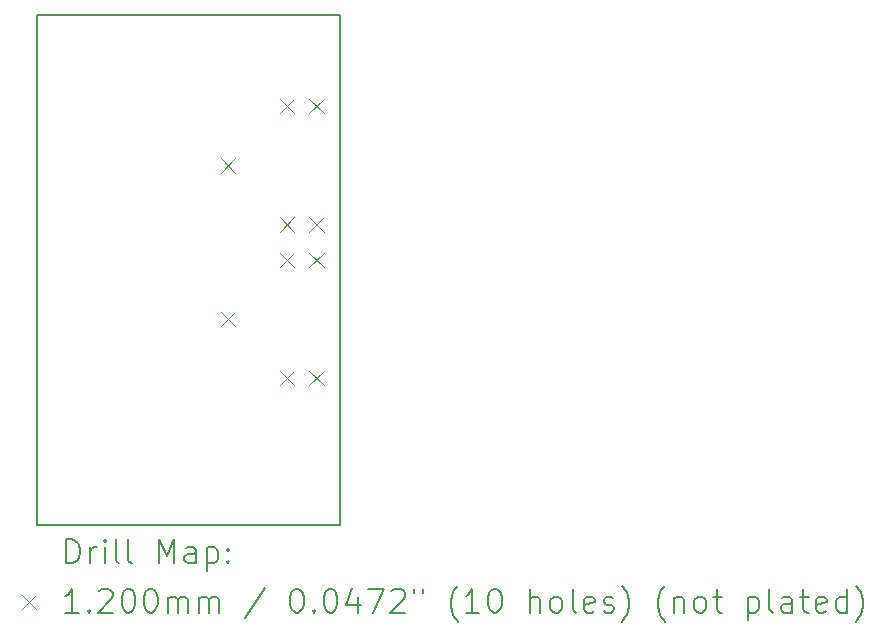
<source format=gbr>
%TF.GenerationSoftware,KiCad,Pcbnew,(6.0.7)*%
%TF.CreationDate,2022-12-16T00:38:34+00:00*%
%TF.ProjectId,CPC464-2MINITapeAdapter,43504334-3634-42d3-924d-494e49546170,rev?*%
%TF.SameCoordinates,Original*%
%TF.FileFunction,Drillmap*%
%TF.FilePolarity,Positive*%
%FSLAX45Y45*%
G04 Gerber Fmt 4.5, Leading zero omitted, Abs format (unit mm)*
G04 Created by KiCad (PCBNEW (6.0.7)) date 2022-12-16 00:38:34*
%MOMM*%
%LPD*%
G01*
G04 APERTURE LIST*
%ADD10C,0.150000*%
%ADD11C,0.200000*%
%ADD12C,0.120000*%
G04 APERTURE END LIST*
D10*
X8001000Y-10205720D02*
X5430520Y-10205720D01*
X5430520Y-10205720D02*
X5430520Y-5887720D01*
X5430520Y-5887720D02*
X8001000Y-5887720D01*
X8001000Y-5887720D02*
X8001000Y-10205720D01*
D11*
D12*
X6988080Y-7097720D02*
X7108080Y-7217720D01*
X7108080Y-7097720D02*
X6988080Y-7217720D01*
X6988080Y-8398200D02*
X7108080Y-8518200D01*
X7108080Y-8398200D02*
X6988080Y-8518200D01*
X7488080Y-6597720D02*
X7608080Y-6717720D01*
X7608080Y-6597720D02*
X7488080Y-6717720D01*
X7488080Y-7597720D02*
X7608080Y-7717720D01*
X7608080Y-7597720D02*
X7488080Y-7717720D01*
X7488080Y-7898200D02*
X7608080Y-8018200D01*
X7608080Y-7898200D02*
X7488080Y-8018200D01*
X7488080Y-8898200D02*
X7608080Y-9018200D01*
X7608080Y-8898200D02*
X7488080Y-9018200D01*
X7738080Y-6597720D02*
X7858080Y-6717720D01*
X7858080Y-6597720D02*
X7738080Y-6717720D01*
X7738080Y-7597720D02*
X7858080Y-7717720D01*
X7858080Y-7597720D02*
X7738080Y-7717720D01*
X7738080Y-7898200D02*
X7858080Y-8018200D01*
X7858080Y-7898200D02*
X7738080Y-8018200D01*
X7738080Y-8898200D02*
X7858080Y-9018200D01*
X7858080Y-8898200D02*
X7738080Y-9018200D01*
D11*
X5680639Y-10523696D02*
X5680639Y-10323696D01*
X5728258Y-10323696D01*
X5756829Y-10333220D01*
X5775877Y-10352268D01*
X5785401Y-10371315D01*
X5794925Y-10409410D01*
X5794925Y-10437982D01*
X5785401Y-10476077D01*
X5775877Y-10495125D01*
X5756829Y-10514172D01*
X5728258Y-10523696D01*
X5680639Y-10523696D01*
X5880639Y-10523696D02*
X5880639Y-10390363D01*
X5880639Y-10428458D02*
X5890163Y-10409410D01*
X5899687Y-10399887D01*
X5918734Y-10390363D01*
X5937782Y-10390363D01*
X6004448Y-10523696D02*
X6004448Y-10390363D01*
X6004448Y-10323696D02*
X5994925Y-10333220D01*
X6004448Y-10342744D01*
X6013972Y-10333220D01*
X6004448Y-10323696D01*
X6004448Y-10342744D01*
X6128258Y-10523696D02*
X6109210Y-10514172D01*
X6099687Y-10495125D01*
X6099687Y-10323696D01*
X6233020Y-10523696D02*
X6213972Y-10514172D01*
X6204448Y-10495125D01*
X6204448Y-10323696D01*
X6461591Y-10523696D02*
X6461591Y-10323696D01*
X6528258Y-10466553D01*
X6594925Y-10323696D01*
X6594925Y-10523696D01*
X6775877Y-10523696D02*
X6775877Y-10418934D01*
X6766353Y-10399887D01*
X6747306Y-10390363D01*
X6709210Y-10390363D01*
X6690163Y-10399887D01*
X6775877Y-10514172D02*
X6756829Y-10523696D01*
X6709210Y-10523696D01*
X6690163Y-10514172D01*
X6680639Y-10495125D01*
X6680639Y-10476077D01*
X6690163Y-10457030D01*
X6709210Y-10447506D01*
X6756829Y-10447506D01*
X6775877Y-10437982D01*
X6871115Y-10390363D02*
X6871115Y-10590363D01*
X6871115Y-10399887D02*
X6890163Y-10390363D01*
X6928258Y-10390363D01*
X6947306Y-10399887D01*
X6956829Y-10409410D01*
X6966353Y-10428458D01*
X6966353Y-10485601D01*
X6956829Y-10504649D01*
X6947306Y-10514172D01*
X6928258Y-10523696D01*
X6890163Y-10523696D01*
X6871115Y-10514172D01*
X7052068Y-10504649D02*
X7061591Y-10514172D01*
X7052068Y-10523696D01*
X7042544Y-10514172D01*
X7052068Y-10504649D01*
X7052068Y-10523696D01*
X7052068Y-10399887D02*
X7061591Y-10409410D01*
X7052068Y-10418934D01*
X7042544Y-10409410D01*
X7052068Y-10399887D01*
X7052068Y-10418934D01*
D12*
X5303020Y-10793220D02*
X5423020Y-10913220D01*
X5423020Y-10793220D02*
X5303020Y-10913220D01*
D11*
X5785401Y-10943696D02*
X5671115Y-10943696D01*
X5728258Y-10943696D02*
X5728258Y-10743696D01*
X5709210Y-10772268D01*
X5690163Y-10791315D01*
X5671115Y-10800839D01*
X5871115Y-10924649D02*
X5880639Y-10934172D01*
X5871115Y-10943696D01*
X5861591Y-10934172D01*
X5871115Y-10924649D01*
X5871115Y-10943696D01*
X5956829Y-10762744D02*
X5966353Y-10753220D01*
X5985401Y-10743696D01*
X6033020Y-10743696D01*
X6052068Y-10753220D01*
X6061591Y-10762744D01*
X6071115Y-10781791D01*
X6071115Y-10800839D01*
X6061591Y-10829410D01*
X5947306Y-10943696D01*
X6071115Y-10943696D01*
X6194925Y-10743696D02*
X6213972Y-10743696D01*
X6233020Y-10753220D01*
X6242544Y-10762744D01*
X6252068Y-10781791D01*
X6261591Y-10819887D01*
X6261591Y-10867506D01*
X6252068Y-10905601D01*
X6242544Y-10924649D01*
X6233020Y-10934172D01*
X6213972Y-10943696D01*
X6194925Y-10943696D01*
X6175877Y-10934172D01*
X6166353Y-10924649D01*
X6156829Y-10905601D01*
X6147306Y-10867506D01*
X6147306Y-10819887D01*
X6156829Y-10781791D01*
X6166353Y-10762744D01*
X6175877Y-10753220D01*
X6194925Y-10743696D01*
X6385401Y-10743696D02*
X6404448Y-10743696D01*
X6423496Y-10753220D01*
X6433020Y-10762744D01*
X6442544Y-10781791D01*
X6452068Y-10819887D01*
X6452068Y-10867506D01*
X6442544Y-10905601D01*
X6433020Y-10924649D01*
X6423496Y-10934172D01*
X6404448Y-10943696D01*
X6385401Y-10943696D01*
X6366353Y-10934172D01*
X6356829Y-10924649D01*
X6347306Y-10905601D01*
X6337782Y-10867506D01*
X6337782Y-10819887D01*
X6347306Y-10781791D01*
X6356829Y-10762744D01*
X6366353Y-10753220D01*
X6385401Y-10743696D01*
X6537782Y-10943696D02*
X6537782Y-10810363D01*
X6537782Y-10829410D02*
X6547306Y-10819887D01*
X6566353Y-10810363D01*
X6594925Y-10810363D01*
X6613972Y-10819887D01*
X6623496Y-10838934D01*
X6623496Y-10943696D01*
X6623496Y-10838934D02*
X6633020Y-10819887D01*
X6652068Y-10810363D01*
X6680639Y-10810363D01*
X6699687Y-10819887D01*
X6709210Y-10838934D01*
X6709210Y-10943696D01*
X6804448Y-10943696D02*
X6804448Y-10810363D01*
X6804448Y-10829410D02*
X6813972Y-10819887D01*
X6833020Y-10810363D01*
X6861591Y-10810363D01*
X6880639Y-10819887D01*
X6890163Y-10838934D01*
X6890163Y-10943696D01*
X6890163Y-10838934D02*
X6899687Y-10819887D01*
X6918734Y-10810363D01*
X6947306Y-10810363D01*
X6966353Y-10819887D01*
X6975877Y-10838934D01*
X6975877Y-10943696D01*
X7366353Y-10734172D02*
X7194925Y-10991315D01*
X7623496Y-10743696D02*
X7642544Y-10743696D01*
X7661591Y-10753220D01*
X7671115Y-10762744D01*
X7680639Y-10781791D01*
X7690163Y-10819887D01*
X7690163Y-10867506D01*
X7680639Y-10905601D01*
X7671115Y-10924649D01*
X7661591Y-10934172D01*
X7642544Y-10943696D01*
X7623496Y-10943696D01*
X7604448Y-10934172D01*
X7594925Y-10924649D01*
X7585401Y-10905601D01*
X7575877Y-10867506D01*
X7575877Y-10819887D01*
X7585401Y-10781791D01*
X7594925Y-10762744D01*
X7604448Y-10753220D01*
X7623496Y-10743696D01*
X7775877Y-10924649D02*
X7785401Y-10934172D01*
X7775877Y-10943696D01*
X7766353Y-10934172D01*
X7775877Y-10924649D01*
X7775877Y-10943696D01*
X7909210Y-10743696D02*
X7928258Y-10743696D01*
X7947306Y-10753220D01*
X7956829Y-10762744D01*
X7966353Y-10781791D01*
X7975877Y-10819887D01*
X7975877Y-10867506D01*
X7966353Y-10905601D01*
X7956829Y-10924649D01*
X7947306Y-10934172D01*
X7928258Y-10943696D01*
X7909210Y-10943696D01*
X7890163Y-10934172D01*
X7880639Y-10924649D01*
X7871115Y-10905601D01*
X7861591Y-10867506D01*
X7861591Y-10819887D01*
X7871115Y-10781791D01*
X7880639Y-10762744D01*
X7890163Y-10753220D01*
X7909210Y-10743696D01*
X8147306Y-10810363D02*
X8147306Y-10943696D01*
X8099687Y-10734172D02*
X8052068Y-10877030D01*
X8175877Y-10877030D01*
X8233020Y-10743696D02*
X8366353Y-10743696D01*
X8280639Y-10943696D01*
X8433020Y-10762744D02*
X8442544Y-10753220D01*
X8461591Y-10743696D01*
X8509210Y-10743696D01*
X8528258Y-10753220D01*
X8537782Y-10762744D01*
X8547306Y-10781791D01*
X8547306Y-10800839D01*
X8537782Y-10829410D01*
X8423496Y-10943696D01*
X8547306Y-10943696D01*
X8623496Y-10743696D02*
X8623496Y-10781791D01*
X8699687Y-10743696D02*
X8699687Y-10781791D01*
X8994925Y-11019887D02*
X8985401Y-11010363D01*
X8966353Y-10981791D01*
X8956830Y-10962744D01*
X8947306Y-10934172D01*
X8937782Y-10886553D01*
X8937782Y-10848458D01*
X8947306Y-10800839D01*
X8956830Y-10772268D01*
X8966353Y-10753220D01*
X8985401Y-10724649D01*
X8994925Y-10715125D01*
X9175877Y-10943696D02*
X9061591Y-10943696D01*
X9118734Y-10943696D02*
X9118734Y-10743696D01*
X9099687Y-10772268D01*
X9080639Y-10791315D01*
X9061591Y-10800839D01*
X9299687Y-10743696D02*
X9318734Y-10743696D01*
X9337782Y-10753220D01*
X9347306Y-10762744D01*
X9356830Y-10781791D01*
X9366353Y-10819887D01*
X9366353Y-10867506D01*
X9356830Y-10905601D01*
X9347306Y-10924649D01*
X9337782Y-10934172D01*
X9318734Y-10943696D01*
X9299687Y-10943696D01*
X9280639Y-10934172D01*
X9271115Y-10924649D01*
X9261591Y-10905601D01*
X9252068Y-10867506D01*
X9252068Y-10819887D01*
X9261591Y-10781791D01*
X9271115Y-10762744D01*
X9280639Y-10753220D01*
X9299687Y-10743696D01*
X9604449Y-10943696D02*
X9604449Y-10743696D01*
X9690163Y-10943696D02*
X9690163Y-10838934D01*
X9680639Y-10819887D01*
X9661591Y-10810363D01*
X9633020Y-10810363D01*
X9613972Y-10819887D01*
X9604449Y-10829410D01*
X9813972Y-10943696D02*
X9794925Y-10934172D01*
X9785401Y-10924649D01*
X9775877Y-10905601D01*
X9775877Y-10848458D01*
X9785401Y-10829410D01*
X9794925Y-10819887D01*
X9813972Y-10810363D01*
X9842544Y-10810363D01*
X9861591Y-10819887D01*
X9871115Y-10829410D01*
X9880639Y-10848458D01*
X9880639Y-10905601D01*
X9871115Y-10924649D01*
X9861591Y-10934172D01*
X9842544Y-10943696D01*
X9813972Y-10943696D01*
X9994925Y-10943696D02*
X9975877Y-10934172D01*
X9966353Y-10915125D01*
X9966353Y-10743696D01*
X10147306Y-10934172D02*
X10128258Y-10943696D01*
X10090163Y-10943696D01*
X10071115Y-10934172D01*
X10061591Y-10915125D01*
X10061591Y-10838934D01*
X10071115Y-10819887D01*
X10090163Y-10810363D01*
X10128258Y-10810363D01*
X10147306Y-10819887D01*
X10156830Y-10838934D01*
X10156830Y-10857982D01*
X10061591Y-10877030D01*
X10233020Y-10934172D02*
X10252068Y-10943696D01*
X10290163Y-10943696D01*
X10309210Y-10934172D01*
X10318734Y-10915125D01*
X10318734Y-10905601D01*
X10309210Y-10886553D01*
X10290163Y-10877030D01*
X10261591Y-10877030D01*
X10242544Y-10867506D01*
X10233020Y-10848458D01*
X10233020Y-10838934D01*
X10242544Y-10819887D01*
X10261591Y-10810363D01*
X10290163Y-10810363D01*
X10309210Y-10819887D01*
X10385401Y-11019887D02*
X10394925Y-11010363D01*
X10413972Y-10981791D01*
X10423496Y-10962744D01*
X10433020Y-10934172D01*
X10442544Y-10886553D01*
X10442544Y-10848458D01*
X10433020Y-10800839D01*
X10423496Y-10772268D01*
X10413972Y-10753220D01*
X10394925Y-10724649D01*
X10385401Y-10715125D01*
X10747306Y-11019887D02*
X10737782Y-11010363D01*
X10718734Y-10981791D01*
X10709210Y-10962744D01*
X10699687Y-10934172D01*
X10690163Y-10886553D01*
X10690163Y-10848458D01*
X10699687Y-10800839D01*
X10709210Y-10772268D01*
X10718734Y-10753220D01*
X10737782Y-10724649D01*
X10747306Y-10715125D01*
X10823496Y-10810363D02*
X10823496Y-10943696D01*
X10823496Y-10829410D02*
X10833020Y-10819887D01*
X10852068Y-10810363D01*
X10880639Y-10810363D01*
X10899687Y-10819887D01*
X10909210Y-10838934D01*
X10909210Y-10943696D01*
X11033020Y-10943696D02*
X11013972Y-10934172D01*
X11004449Y-10924649D01*
X10994925Y-10905601D01*
X10994925Y-10848458D01*
X11004449Y-10829410D01*
X11013972Y-10819887D01*
X11033020Y-10810363D01*
X11061591Y-10810363D01*
X11080639Y-10819887D01*
X11090163Y-10829410D01*
X11099687Y-10848458D01*
X11099687Y-10905601D01*
X11090163Y-10924649D01*
X11080639Y-10934172D01*
X11061591Y-10943696D01*
X11033020Y-10943696D01*
X11156830Y-10810363D02*
X11233020Y-10810363D01*
X11185401Y-10743696D02*
X11185401Y-10915125D01*
X11194925Y-10934172D01*
X11213972Y-10943696D01*
X11233020Y-10943696D01*
X11452068Y-10810363D02*
X11452068Y-11010363D01*
X11452068Y-10819887D02*
X11471115Y-10810363D01*
X11509210Y-10810363D01*
X11528258Y-10819887D01*
X11537782Y-10829410D01*
X11547306Y-10848458D01*
X11547306Y-10905601D01*
X11537782Y-10924649D01*
X11528258Y-10934172D01*
X11509210Y-10943696D01*
X11471115Y-10943696D01*
X11452068Y-10934172D01*
X11661591Y-10943696D02*
X11642544Y-10934172D01*
X11633020Y-10915125D01*
X11633020Y-10743696D01*
X11823496Y-10943696D02*
X11823496Y-10838934D01*
X11813972Y-10819887D01*
X11794925Y-10810363D01*
X11756829Y-10810363D01*
X11737782Y-10819887D01*
X11823496Y-10934172D02*
X11804448Y-10943696D01*
X11756829Y-10943696D01*
X11737782Y-10934172D01*
X11728258Y-10915125D01*
X11728258Y-10896077D01*
X11737782Y-10877030D01*
X11756829Y-10867506D01*
X11804448Y-10867506D01*
X11823496Y-10857982D01*
X11890163Y-10810363D02*
X11966353Y-10810363D01*
X11918734Y-10743696D02*
X11918734Y-10915125D01*
X11928258Y-10934172D01*
X11947306Y-10943696D01*
X11966353Y-10943696D01*
X12109210Y-10934172D02*
X12090163Y-10943696D01*
X12052068Y-10943696D01*
X12033020Y-10934172D01*
X12023496Y-10915125D01*
X12023496Y-10838934D01*
X12033020Y-10819887D01*
X12052068Y-10810363D01*
X12090163Y-10810363D01*
X12109210Y-10819887D01*
X12118734Y-10838934D01*
X12118734Y-10857982D01*
X12023496Y-10877030D01*
X12290163Y-10943696D02*
X12290163Y-10743696D01*
X12290163Y-10934172D02*
X12271115Y-10943696D01*
X12233020Y-10943696D01*
X12213972Y-10934172D01*
X12204448Y-10924649D01*
X12194925Y-10905601D01*
X12194925Y-10848458D01*
X12204448Y-10829410D01*
X12213972Y-10819887D01*
X12233020Y-10810363D01*
X12271115Y-10810363D01*
X12290163Y-10819887D01*
X12366353Y-11019887D02*
X12375877Y-11010363D01*
X12394925Y-10981791D01*
X12404448Y-10962744D01*
X12413972Y-10934172D01*
X12423496Y-10886553D01*
X12423496Y-10848458D01*
X12413972Y-10800839D01*
X12404448Y-10772268D01*
X12394925Y-10753220D01*
X12375877Y-10724649D01*
X12366353Y-10715125D01*
M02*

</source>
